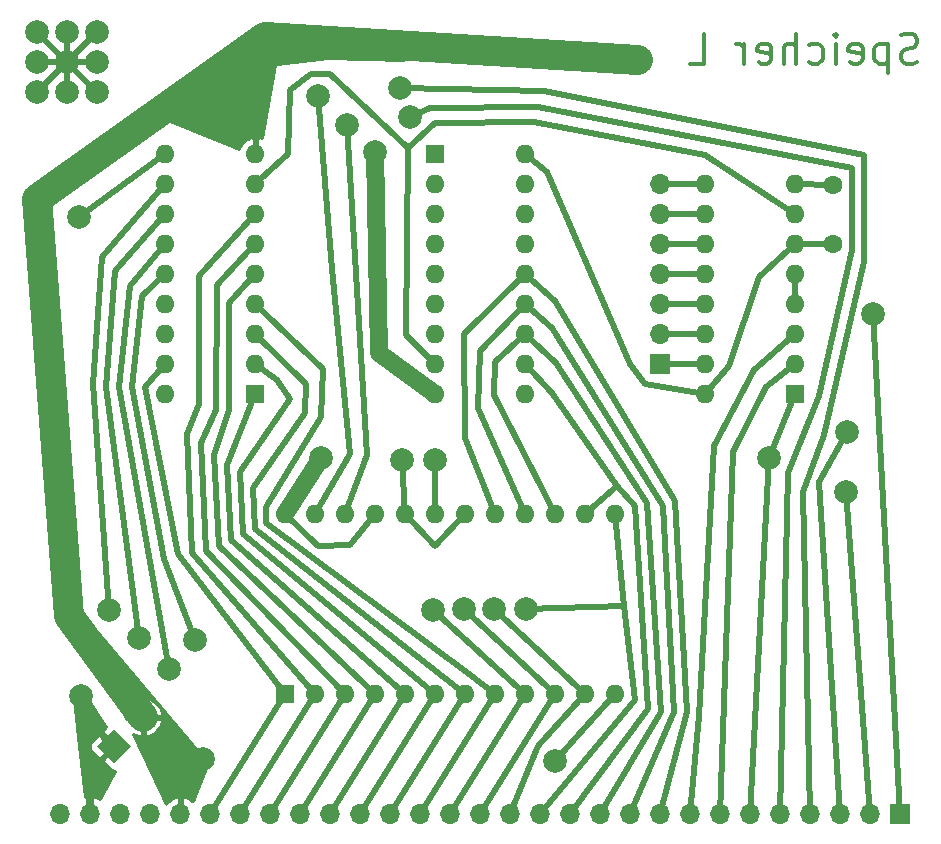
<source format=gbr>
%TF.GenerationSoftware,KiCad,Pcbnew,5.1.10*%
%TF.CreationDate,2021-11-29T17:51:52+01:00*%
%TF.ProjectId,Speichermodul_A,53706569-6368-4657-926d-6f64756c5f41,1*%
%TF.SameCoordinates,Original*%
%TF.FileFunction,Copper,L2,Bot*%
%TF.FilePolarity,Positive*%
%FSLAX46Y46*%
G04 Gerber Fmt 4.6, Leading zero omitted, Abs format (unit mm)*
G04 Created by KiCad (PCBNEW 5.1.10) date 2021-11-29 17:51:52*
%MOMM*%
%LPD*%
G01*
G04 APERTURE LIST*
%TA.AperFunction,NonConductor*%
%ADD10C,0.300000*%
%TD*%
%TA.AperFunction,ComponentPad*%
%ADD11C,2.000000*%
%TD*%
%TA.AperFunction,ComponentPad*%
%ADD12C,0.100000*%
%TD*%
%TA.AperFunction,SMDPad,CuDef*%
%ADD13C,0.100000*%
%TD*%
%TA.AperFunction,SMDPad,CuDef*%
%ADD14R,5.080000X0.500000*%
%TD*%
%TA.AperFunction,SMDPad,CuDef*%
%ADD15R,0.500000X5.080000*%
%TD*%
%TA.AperFunction,SMDPad,CuDef*%
%ADD16C,2.000000*%
%TD*%
%TA.AperFunction,ComponentPad*%
%ADD17C,1.600000*%
%TD*%
%TA.AperFunction,ComponentPad*%
%ADD18O,1.700000X1.700000*%
%TD*%
%TA.AperFunction,ComponentPad*%
%ADD19R,1.700000X1.700000*%
%TD*%
%TA.AperFunction,ComponentPad*%
%ADD20O,1.600000X1.600000*%
%TD*%
%TA.AperFunction,ComponentPad*%
%ADD21R,1.600000X1.600000*%
%TD*%
%TA.AperFunction,ViaPad*%
%ADD22C,2.000000*%
%TD*%
%TA.AperFunction,Conductor*%
%ADD23C,0.500000*%
%TD*%
%TA.AperFunction,Conductor*%
%ADD24C,2.500000*%
%TD*%
%TA.AperFunction,Conductor*%
%ADD25C,1.500000*%
%TD*%
%TA.AperFunction,Conductor*%
%ADD26C,0.254000*%
%TD*%
%TA.AperFunction,Conductor*%
%ADD27C,0.100000*%
%TD*%
G04 APERTURE END LIST*
D10*
X190023809Y-71511904D02*
X189666666Y-71630952D01*
X189071428Y-71630952D01*
X188833333Y-71511904D01*
X188714285Y-71392857D01*
X188595238Y-71154761D01*
X188595238Y-70916666D01*
X188714285Y-70678571D01*
X188833333Y-70559523D01*
X189071428Y-70440476D01*
X189547619Y-70321428D01*
X189785714Y-70202380D01*
X189904761Y-70083333D01*
X190023809Y-69845238D01*
X190023809Y-69607142D01*
X189904761Y-69369047D01*
X189785714Y-69250000D01*
X189547619Y-69130952D01*
X188952380Y-69130952D01*
X188595238Y-69250000D01*
X187523809Y-69964285D02*
X187523809Y-72464285D01*
X187523809Y-70083333D02*
X187285714Y-69964285D01*
X186809523Y-69964285D01*
X186571428Y-70083333D01*
X186452380Y-70202380D01*
X186333333Y-70440476D01*
X186333333Y-71154761D01*
X186452380Y-71392857D01*
X186571428Y-71511904D01*
X186809523Y-71630952D01*
X187285714Y-71630952D01*
X187523809Y-71511904D01*
X184309523Y-71511904D02*
X184547619Y-71630952D01*
X185023809Y-71630952D01*
X185261904Y-71511904D01*
X185380952Y-71273809D01*
X185380952Y-70321428D01*
X185261904Y-70083333D01*
X185023809Y-69964285D01*
X184547619Y-69964285D01*
X184309523Y-70083333D01*
X184190476Y-70321428D01*
X184190476Y-70559523D01*
X185380952Y-70797619D01*
X183119047Y-71630952D02*
X183119047Y-69964285D01*
X183119047Y-69130952D02*
X183238095Y-69250000D01*
X183119047Y-69369047D01*
X183000000Y-69250000D01*
X183119047Y-69130952D01*
X183119047Y-69369047D01*
X180857142Y-71511904D02*
X181095238Y-71630952D01*
X181571428Y-71630952D01*
X181809523Y-71511904D01*
X181928571Y-71392857D01*
X182047619Y-71154761D01*
X182047619Y-70440476D01*
X181928571Y-70202380D01*
X181809523Y-70083333D01*
X181571428Y-69964285D01*
X181095238Y-69964285D01*
X180857142Y-70083333D01*
X179785714Y-71630952D02*
X179785714Y-69130952D01*
X178714285Y-71630952D02*
X178714285Y-70321428D01*
X178833333Y-70083333D01*
X179071428Y-69964285D01*
X179428571Y-69964285D01*
X179666666Y-70083333D01*
X179785714Y-70202380D01*
X176571428Y-71511904D02*
X176809523Y-71630952D01*
X177285714Y-71630952D01*
X177523809Y-71511904D01*
X177642857Y-71273809D01*
X177642857Y-70321428D01*
X177523809Y-70083333D01*
X177285714Y-69964285D01*
X176809523Y-69964285D01*
X176571428Y-70083333D01*
X176452380Y-70321428D01*
X176452380Y-70559523D01*
X177642857Y-70797619D01*
X175380952Y-71630952D02*
X175380952Y-69964285D01*
X175380952Y-70440476D02*
X175261904Y-70202380D01*
X175142857Y-70083333D01*
X174904761Y-69964285D01*
X174666666Y-69964285D01*
X170738095Y-71630952D02*
X171928571Y-71630952D01*
X171928571Y-69130952D01*
D11*
%TO.P,C4,2*%
%TO.N,GND*%
X124474874Y-126970126D03*
%TA.AperFunction,ComponentPad*%
D12*
%TO.P,C4,1*%
%TO.N,+5P*%
G36*
X122000000Y-130859214D02*
G01*
X120585786Y-129445000D01*
X122000000Y-128030786D01*
X123414214Y-129445000D01*
X122000000Y-130859214D01*
G37*
%TD.AperFunction*%
%TD*%
%TA.AperFunction,SMDPad,CuDef*%
D13*
%TO.P,REF\u002A\u002A,2*%
%TO.N,N/C*%
G36*
X115701903Y-68848350D02*
G01*
X120651650Y-73798097D01*
X120298097Y-74151650D01*
X115348350Y-69201903D01*
X115701903Y-68848350D01*
G37*
%TD.AperFunction*%
%TA.AperFunction,SMDPad,CuDef*%
G36*
X115348350Y-73798097D02*
G01*
X120298097Y-68848350D01*
X120651650Y-69201903D01*
X115701903Y-74151650D01*
X115348350Y-73798097D01*
G37*
%TD.AperFunction*%
D14*
X118000000Y-71500000D03*
D15*
X118000000Y-71500000D03*
D16*
%TO.P,REF\u002A\u002A,1*%
X115460000Y-71500000D03*
X115460000Y-68960000D03*
X118000000Y-68960000D03*
X120540000Y-68960000D03*
X120540000Y-71500000D03*
X120540000Y-74040000D03*
X118000000Y-74040000D03*
X115460000Y-74040000D03*
X118000000Y-71500000D03*
%TD*%
D17*
%TO.P,C3,2*%
%TO.N,GND*%
X182875000Y-81900000D03*
%TO.P,C3,1*%
%TO.N,+5P*%
X182875000Y-86900000D03*
%TD*%
D18*
%TO.P,X11,7*%
%TO.N,Net-(U15-Pad9)*%
X168270000Y-81820000D03*
%TO.P,X11,6*%
%TO.N,Net-(U15-Pad10)*%
X168270000Y-84360000D03*
%TO.P,X11,5*%
%TO.N,Net-(U15-Pad11)*%
X168270000Y-86900000D03*
%TO.P,X11,4*%
%TO.N,Net-(U15-Pad12)*%
X168270000Y-89440000D03*
%TO.P,X11,3*%
%TO.N,Net-(U15-Pad13)*%
X168270000Y-91980000D03*
%TO.P,X11,2*%
%TO.N,Net-(U15-Pad14)*%
X168270000Y-94520000D03*
D19*
%TO.P,X11,1*%
%TO.N,Net-(U15-Pad15)*%
X168270000Y-97060000D03*
%TD*%
D18*
%TO.P,X10,29*%
%TO.N,Net-(X10-Pad29)*%
X117470000Y-135160000D03*
%TO.P,X10,28*%
%TO.N,+5P*%
X120010000Y-135160000D03*
%TO.P,X10,27*%
%TO.N,Net-(X10-Pad27)*%
X122550000Y-135160000D03*
%TO.P,X10,26*%
%TO.N,Net-(X10-Pad26)*%
X125090000Y-135160000D03*
%TO.P,X10,25*%
%TO.N,GND*%
X127630000Y-135160000D03*
%TO.P,X10,24*%
%TO.N,/A7*%
X130170000Y-135160000D03*
%TO.P,X10,23*%
%TO.N,/A6*%
X132710000Y-135160000D03*
%TO.P,X10,22*%
%TO.N,/A5*%
X135250000Y-135160000D03*
%TO.P,X10,21*%
%TO.N,/A4*%
X137790000Y-135160000D03*
%TO.P,X10,20*%
%TO.N,/A3*%
X140330000Y-135160000D03*
%TO.P,X10,19*%
%TO.N,/A2*%
X142870000Y-135160000D03*
%TO.P,X10,18*%
%TO.N,/A1*%
X145410000Y-135160000D03*
%TO.P,X10,17*%
%TO.N,/A0*%
X147950000Y-135160000D03*
%TO.P,X10,16*%
%TO.N,/D0*%
X150490000Y-135160000D03*
%TO.P,X10,15*%
%TO.N,/D1*%
X153030000Y-135160000D03*
%TO.P,X10,14*%
%TO.N,/D2*%
X155570000Y-135160000D03*
%TO.P,X10,13*%
%TO.N,/D3*%
X158110000Y-135160000D03*
%TO.P,X10,12*%
%TO.N,/D4*%
X160650000Y-135160000D03*
%TO.P,X10,11*%
%TO.N,/D5*%
X163190000Y-135160000D03*
%TO.P,X10,10*%
%TO.N,/D6*%
X165730000Y-135160000D03*
%TO.P,X10,9*%
%TO.N,/D7*%
X168270000Y-135160000D03*
%TO.P,X10,8*%
%TO.N,/A12*%
X170810000Y-135160000D03*
%TO.P,X10,7*%
%TO.N,/A11*%
X173350000Y-135160000D03*
%TO.P,X10,6*%
%TO.N,/A10*%
X175890000Y-135160000D03*
%TO.P,X10,5*%
%TO.N,/A9*%
X178430000Y-135160000D03*
%TO.P,X10,4*%
%TO.N,/A8*%
X180970000Y-135160000D03*
%TO.P,X10,3*%
%TO.N,R~W*%
X183510000Y-135160000D03*
%TO.P,X10,2*%
%TO.N,~CSB*%
X186050000Y-135160000D03*
D19*
%TO.P,X10,1*%
%TO.N,/~CSA*%
X188590000Y-135160000D03*
%TD*%
D20*
%TO.P,U15,16*%
%TO.N,+5P*%
X172080000Y-99600000D03*
%TO.P,U15,8*%
%TO.N,GND*%
X179700000Y-81820000D03*
%TO.P,U15,15*%
%TO.N,Net-(U15-Pad15)*%
X172080000Y-97060000D03*
%TO.P,U15,7*%
%TO.N,Net-(U15-Pad7)*%
X179700000Y-84360000D03*
%TO.P,U15,14*%
%TO.N,Net-(U15-Pad14)*%
X172080000Y-94520000D03*
%TO.P,U15,6*%
%TO.N,+5P*%
X179700000Y-86900000D03*
%TO.P,U15,13*%
%TO.N,Net-(U15-Pad13)*%
X172080000Y-91980000D03*
%TO.P,U15,5*%
%TO.N,/~CSA*%
X179700000Y-89440000D03*
%TO.P,U15,12*%
%TO.N,Net-(U15-Pad12)*%
X172080000Y-89440000D03*
%TO.P,U15,4*%
%TO.N,/~CSA*%
X179700000Y-91980000D03*
%TO.P,U15,11*%
%TO.N,Net-(U15-Pad11)*%
X172080000Y-86900000D03*
%TO.P,U15,3*%
%TO.N,/A12*%
X179700000Y-94520000D03*
%TO.P,U15,10*%
%TO.N,Net-(U15-Pad10)*%
X172080000Y-84360000D03*
%TO.P,U15,2*%
%TO.N,/A11*%
X179700000Y-97060000D03*
%TO.P,U15,9*%
%TO.N,Net-(U15-Pad9)*%
X172080000Y-81820000D03*
D21*
%TO.P,U15,1*%
%TO.N,/A10*%
X179700000Y-99600000D03*
%TD*%
D20*
%TO.P,U4,18*%
%TO.N,+5P*%
X126360000Y-99600000D03*
%TO.P,U4,9*%
%TO.N,GND*%
X133980000Y-79280000D03*
%TO.P,U4,17*%
%TO.N,/A7*%
X126360000Y-97060000D03*
%TO.P,U4,8*%
%TO.N,Net-(U15-Pad7)*%
X133980000Y-81820000D03*
%TO.P,U4,16*%
%TO.N,/A8*%
X126360000Y-94520000D03*
%TO.P,U4,7*%
%TO.N,/A6*%
X133980000Y-84360000D03*
%TO.P,U4,15*%
%TO.N,/A9*%
X126360000Y-91980000D03*
%TO.P,U4,6*%
%TO.N,/A5*%
X133980000Y-86900000D03*
%TO.P,U4,14*%
%TO.N,/D2*%
X126360000Y-89440000D03*
%TO.P,U4,5*%
%TO.N,/A4*%
X133980000Y-89440000D03*
%TO.P,U4,13*%
%TO.N,/D3*%
X126360000Y-86900000D03*
%TO.P,U4,4*%
%TO.N,/A0*%
X133980000Y-91980000D03*
%TO.P,U4,12*%
%TO.N,/D0*%
X126360000Y-84360000D03*
%TO.P,U4,3*%
%TO.N,/A1*%
X133980000Y-94520000D03*
%TO.P,U4,11*%
%TO.N,/D1*%
X126360000Y-81820000D03*
%TO.P,U4,2*%
%TO.N,/A2*%
X133980000Y-97060000D03*
%TO.P,U4,10*%
%TO.N,R~W*%
X126360000Y-79280000D03*
D21*
%TO.P,U4,1*%
%TO.N,/A3*%
X133980000Y-99600000D03*
%TD*%
D20*
%TO.P,U3,18*%
%TO.N,+5P*%
X156840000Y-79280000D03*
%TO.P,U3,9*%
%TO.N,GND*%
X149220000Y-99600000D03*
%TO.P,U3,17*%
%TO.N,/A7*%
X156840000Y-81820000D03*
%TO.P,U3,8*%
%TO.N,Net-(U15-Pad7)*%
X149220000Y-97060000D03*
%TO.P,U3,16*%
%TO.N,/A8*%
X156840000Y-84360000D03*
%TO.P,U3,7*%
%TO.N,/A3*%
X149220000Y-94520000D03*
%TO.P,U3,15*%
%TO.N,/A9*%
X156840000Y-86900000D03*
%TO.P,U3,6*%
%TO.N,/A2*%
X149220000Y-91980000D03*
%TO.P,U3,14*%
%TO.N,/D7*%
X156840000Y-89440000D03*
%TO.P,U3,5*%
%TO.N,/A1*%
X149220000Y-89440000D03*
%TO.P,U3,13*%
%TO.N,/D6*%
X156840000Y-91980000D03*
%TO.P,U3,4*%
%TO.N,/A0*%
X149220000Y-86900000D03*
%TO.P,U3,12*%
%TO.N,/D5*%
X156840000Y-94520000D03*
%TO.P,U3,3*%
%TO.N,/A4*%
X149220000Y-84360000D03*
%TO.P,U3,11*%
%TO.N,/D4*%
X156840000Y-97060000D03*
%TO.P,U3,2*%
%TO.N,/A5*%
X149220000Y-81820000D03*
%TO.P,U3,10*%
%TO.N,R~W*%
X156840000Y-99600000D03*
D21*
%TO.P,U3,1*%
%TO.N,/A6*%
X149220000Y-79280000D03*
%TD*%
D20*
%TO.P,U2,24*%
%TO.N,+5P*%
X136520000Y-109760000D03*
%TO.P,U2,12*%
%TO.N,GND*%
X164460000Y-125000000D03*
%TO.P,U2,23*%
%TO.N,/A8*%
X139060000Y-109760000D03*
%TO.P,U2,11*%
%TO.N,/D2*%
X161920000Y-125000000D03*
%TO.P,U2,22*%
%TO.N,/A9*%
X141600000Y-109760000D03*
%TO.P,U2,10*%
%TO.N,/D1*%
X159380000Y-125000000D03*
%TO.P,U2,21*%
%TO.N,+5P*%
X144140000Y-109760000D03*
%TO.P,U2,9*%
%TO.N,/D0*%
X156840000Y-125000000D03*
%TO.P,U2,20*%
%TO.N,~CSB*%
X146680000Y-109760000D03*
%TO.P,U2,8*%
%TO.N,/A0*%
X154300000Y-125000000D03*
%TO.P,U2,19*%
%TO.N,/A10*%
X149220000Y-109760000D03*
%TO.P,U2,7*%
%TO.N,/A1*%
X151760000Y-125000000D03*
%TO.P,U2,18*%
%TO.N,~CSB*%
X151760000Y-109760000D03*
%TO.P,U2,6*%
%TO.N,/A2*%
X149220000Y-125000000D03*
%TO.P,U2,17*%
%TO.N,/D7*%
X154300000Y-109760000D03*
%TO.P,U2,5*%
%TO.N,/A3*%
X146680000Y-125000000D03*
%TO.P,U2,16*%
%TO.N,/D6*%
X156840000Y-109760000D03*
%TO.P,U2,4*%
%TO.N,/A4*%
X144140000Y-125000000D03*
%TO.P,U2,15*%
%TO.N,/D5*%
X159380000Y-109760000D03*
%TO.P,U2,3*%
%TO.N,/A5*%
X141600000Y-125000000D03*
%TO.P,U2,14*%
%TO.N,/D4*%
X161920000Y-109760000D03*
%TO.P,U2,2*%
%TO.N,/A6*%
X139060000Y-125000000D03*
%TO.P,U2,13*%
%TO.N,/D3*%
X164460000Y-109760000D03*
D21*
%TO.P,U2,1*%
%TO.N,/A7*%
X136520000Y-125000000D03*
%TD*%
D22*
%TO.N,GND*%
X159300000Y-130700000D03*
X129500000Y-130500000D03*
X166400000Y-71300000D03*
X144100000Y-79100000D03*
%TO.N,+5P*%
X119200000Y-125200000D03*
X139500000Y-105000000D03*
%TO.N,/A8*%
X139300000Y-74400000D03*
X146200000Y-73700000D03*
%TO.N,/D2*%
X128900000Y-120400000D03*
X154200000Y-117800000D03*
%TO.N,/A9*%
X141700000Y-76800000D03*
X147100000Y-76200000D03*
%TO.N,/D0*%
X149000000Y-117900000D03*
X124100000Y-120300000D03*
%TO.N,/D1*%
X121600000Y-117900000D03*
X151600000Y-117800000D03*
%TO.N,~CSB*%
X146400000Y-105200000D03*
X184000000Y-107900000D03*
%TO.N,/A10*%
X177500000Y-105000000D03*
X149200000Y-105200000D03*
%TO.N,/D3*%
X126700000Y-122900000D03*
X156900000Y-117800000D03*
%TO.N,R~W*%
X184100000Y-102800000D03*
X119000000Y-84600000D03*
%TO.N,/~CSA*%
X186300000Y-92800000D03*
%TD*%
D23*
%TO.N,GND*%
X159300000Y-130700000D02*
X164460000Y-125000000D01*
D24*
X166400000Y-71300000D02*
X134800000Y-69400000D01*
D23*
X134800000Y-69400000D02*
X133980000Y-79280000D01*
D25*
X144400000Y-96100000D02*
X149220000Y-99600000D01*
X144100000Y-79100000D02*
X144400000Y-96100000D01*
D23*
X182875000Y-81900000D02*
X179700000Y-81820000D01*
D24*
X118200000Y-118400000D02*
X124474874Y-126970126D01*
X115500000Y-83100000D02*
X118200000Y-118400000D01*
X134800000Y-69400000D02*
X115500000Y-83100000D01*
D23*
%TO.N,+5P*%
X179700000Y-86900000D02*
X176600000Y-89700000D01*
X176600000Y-89700000D02*
X174100000Y-97200000D01*
X174100000Y-97200000D02*
X172080000Y-99600000D01*
X144140000Y-109760000D02*
X142000000Y-112400000D01*
X142000000Y-112400000D02*
X139300000Y-112500000D01*
X139300000Y-112500000D02*
X136520000Y-109760000D01*
X122000000Y-130300000D02*
X119200000Y-125200000D01*
D25*
X136520000Y-109760000D02*
X139500000Y-105000000D01*
D23*
X182875000Y-86900000D02*
X179700000Y-86900000D01*
X158700000Y-80800000D02*
X156840000Y-79280000D01*
X167000000Y-98800000D02*
X165730000Y-97100000D01*
X165730000Y-97100000D02*
X158700000Y-80800000D01*
X172080000Y-99600000D02*
X167000000Y-98800000D01*
X120010000Y-135160000D02*
X119200000Y-125200000D01*
%TO.N,/A8*%
X140500000Y-89000000D02*
X142000000Y-104700000D01*
X142000000Y-104700000D02*
X139060000Y-109760000D01*
X139300000Y-74400000D02*
X140500000Y-89000000D01*
X180300000Y-107900000D02*
X180970000Y-135160000D01*
X185500000Y-88400000D02*
X182100000Y-103100000D01*
X182100000Y-103100000D02*
X180300000Y-107900000D01*
X185500000Y-79400000D02*
X185500000Y-88400000D01*
X158400000Y-74000000D02*
X185500000Y-79400000D01*
X146200000Y-73700000D02*
X158400000Y-74000000D01*
%TO.N,/D2*%
X161920000Y-125000000D02*
X157900000Y-129400000D01*
X157900000Y-129400000D02*
X155570000Y-135160000D01*
X161920000Y-125000000D02*
X154200000Y-117800000D01*
X124400000Y-91300000D02*
X126360000Y-89440000D01*
X126200000Y-113600000D02*
X123500000Y-99000000D01*
X123500000Y-99000000D02*
X124400000Y-91300000D01*
X128900000Y-120400000D02*
X126200000Y-113600000D01*
%TO.N,/A9*%
X141700000Y-76800000D02*
X143400000Y-104800000D01*
X143400000Y-104800000D02*
X141600000Y-109760000D01*
X179100000Y-106300000D02*
X178430000Y-135160000D01*
X181700000Y-99800000D02*
X179100000Y-106300000D01*
X184500000Y-80500000D02*
X184500000Y-87400000D01*
X157900000Y-75300000D02*
X184500000Y-80500000D01*
X184500000Y-87400000D02*
X181700000Y-99800000D01*
X148800000Y-75400000D02*
X157900000Y-75300000D01*
X147100000Y-76200000D02*
X148800000Y-75400000D01*
%TO.N,/D1*%
X153030000Y-135160000D02*
X159380000Y-125000000D01*
%TO.N,/D0*%
X150490000Y-135160000D02*
X156840000Y-125000000D01*
X156840000Y-125000000D02*
X149000000Y-117900000D01*
%TO.N,/A0*%
X147950000Y-135160000D02*
X154300000Y-125000000D01*
%TO.N,/A1*%
X145410000Y-135160000D02*
X151760000Y-125000000D01*
%TO.N,/A2*%
X142870000Y-135160000D02*
X149220000Y-125000000D01*
%TO.N,/A3*%
X140330000Y-135160000D02*
X146680000Y-125000000D01*
%TO.N,/A4*%
X137790000Y-135160000D02*
X144140000Y-125000000D01*
%TO.N,/A5*%
X135250000Y-135160000D02*
X141600000Y-125000000D01*
%TO.N,/A6*%
X132710000Y-135160000D02*
X139060000Y-125000000D01*
%TO.N,/D1*%
X151600000Y-117800000D02*
X159380000Y-125000000D01*
X120200000Y-98800000D02*
X121600000Y-117900000D01*
X121000000Y-88000000D02*
X120200000Y-98800000D01*
X126360000Y-81820000D02*
X121000000Y-88000000D01*
%TO.N,/D0*%
X122100000Y-89200000D02*
X126360000Y-84360000D01*
X121300000Y-99000000D02*
X122100000Y-89200000D01*
X124100000Y-120300000D02*
X121300000Y-99000000D01*
%TO.N,~CSB*%
X146680000Y-109760000D02*
X146400000Y-105200000D01*
X184000000Y-107900000D02*
X186050000Y-135160000D01*
X149200000Y-112500000D02*
X151760000Y-109760000D01*
X146680000Y-109760000D02*
X149200000Y-112500000D01*
%TO.N,/A0*%
X139700000Y-97500000D02*
X133980000Y-91980000D01*
X134900000Y-109200000D02*
X139500000Y-101600000D01*
X134900000Y-110500000D02*
X134900000Y-109200000D01*
X139500000Y-101600000D02*
X139700000Y-97500000D01*
X152100000Y-123300000D02*
X134900000Y-110500000D01*
X154300000Y-125000000D02*
X152100000Y-123300000D01*
%TO.N,/A10*%
X175890000Y-135160000D02*
X177500000Y-105000000D01*
X177500000Y-105000000D02*
X179700000Y-99600000D01*
X149200000Y-105200000D02*
X149220000Y-109760000D01*
%TO.N,/A1*%
X133900000Y-111000000D02*
X151760000Y-125000000D01*
X133800000Y-107600000D02*
X133900000Y-111000000D01*
X138200000Y-101200000D02*
X133800000Y-107600000D01*
X138300000Y-98800000D02*
X138200000Y-101200000D01*
X133980000Y-94520000D02*
X138300000Y-98800000D01*
%TO.N,/A2*%
X135800000Y-98400000D02*
X133980000Y-97060000D01*
X136900000Y-100000000D02*
X135800000Y-98400000D01*
X132700000Y-106200000D02*
X136900000Y-100000000D01*
X132900000Y-111500000D02*
X132700000Y-106200000D01*
X149220000Y-125000000D02*
X132900000Y-111500000D01*
%TO.N,/D7*%
X156840000Y-89440000D02*
X151600000Y-94500000D01*
X151600000Y-94500000D02*
X151700000Y-103300000D01*
X151700000Y-103300000D02*
X154300000Y-109760000D01*
X159300000Y-91700000D02*
X156840000Y-89440000D01*
X169500000Y-108700000D02*
X159300000Y-91700000D01*
X170500000Y-126500000D02*
X169500000Y-108700000D01*
X168270000Y-135160000D02*
X170500000Y-126500000D01*
%TO.N,/A3*%
X131900000Y-112000000D02*
X146680000Y-125000000D01*
X131600000Y-105600000D02*
X131900000Y-112000000D01*
X133980000Y-99600000D02*
X131600000Y-105600000D01*
%TO.N,/D6*%
X156840000Y-109760000D02*
X152800000Y-100800000D01*
X152800000Y-100800000D02*
X153000000Y-96000000D01*
X153000000Y-96000000D02*
X156840000Y-91980000D01*
X159100000Y-94000000D02*
X156840000Y-91980000D01*
X169400000Y-126500000D02*
X168500000Y-109100000D01*
X168500000Y-109100000D02*
X159100000Y-94000000D01*
X165730000Y-135160000D02*
X169400000Y-126500000D01*
%TO.N,/A4*%
X131700000Y-91900000D02*
X133980000Y-89440000D01*
X130500000Y-104800000D02*
X131700000Y-101000000D01*
X130900000Y-112500000D02*
X130500000Y-104800000D01*
X131700000Y-101000000D02*
X131700000Y-91900000D01*
X144140000Y-125000000D02*
X130900000Y-112500000D01*
%TO.N,/D5*%
X156840000Y-94520000D02*
X154300000Y-96900000D01*
X154300000Y-96900000D02*
X154200000Y-99700000D01*
X154200000Y-99700000D02*
X159380000Y-109760000D01*
X159400000Y-97000000D02*
X156840000Y-94520000D01*
X167100000Y-108800000D02*
X159400000Y-97000000D01*
X168300000Y-126500000D02*
X167100000Y-108800000D01*
X163190000Y-135160000D02*
X168300000Y-126500000D01*
%TO.N,/A5*%
X129800000Y-112900000D02*
X141600000Y-125000000D01*
X129400000Y-103800000D02*
X129800000Y-112900000D01*
X130600000Y-101000000D02*
X129400000Y-103800000D01*
X130700000Y-90400000D02*
X130600000Y-101000000D01*
X133980000Y-86900000D02*
X130700000Y-90400000D01*
%TO.N,/D4*%
X159100000Y-99500000D02*
X156840000Y-97060000D01*
X161920000Y-109760000D02*
X164567816Y-107432184D01*
X164567816Y-107432184D02*
X159100000Y-99500000D01*
X166100000Y-109100000D02*
X164567816Y-107432184D01*
X167200000Y-126300000D02*
X166100000Y-109100000D01*
X160650000Y-135160000D02*
X167200000Y-126300000D01*
%TO.N,/A6*%
X129200000Y-89600000D02*
X133980000Y-84360000D01*
X129200000Y-100500000D02*
X129200000Y-89600000D01*
X128200000Y-103000000D02*
X129200000Y-100500000D01*
X128600000Y-113100000D02*
X128200000Y-103000000D01*
X139060000Y-125000000D02*
X128600000Y-113100000D01*
%TO.N,/D3*%
X122400000Y-99000000D02*
X126700000Y-122900000D01*
X123400000Y-90500000D02*
X122400000Y-99000000D01*
X126360000Y-86900000D02*
X123400000Y-90500000D01*
X165200000Y-117600000D02*
X156900000Y-117800000D01*
X166100000Y-125500000D02*
X165200000Y-117600000D01*
X158110000Y-135160000D02*
X166100000Y-125500000D01*
X165200000Y-117600000D02*
X164460000Y-109760000D01*
%TO.N,/A7*%
X130170000Y-135160000D02*
X136520000Y-125000000D01*
X124600000Y-99000000D02*
X126360000Y-97060000D01*
X127400000Y-113200000D02*
X124600000Y-99000000D01*
X136520000Y-125000000D02*
X127400000Y-113200000D01*
%TO.N,Net-(U15-Pad7)*%
X149200000Y-76700000D02*
X146900000Y-78800000D01*
X157600000Y-76600000D02*
X149200000Y-76700000D01*
X172000000Y-79400000D02*
X157600000Y-76600000D01*
X179700000Y-84360000D02*
X172000000Y-79400000D01*
X136700000Y-79300000D02*
X133980000Y-81820000D01*
X136900000Y-73900000D02*
X136700000Y-79300000D01*
X138700000Y-72500000D02*
X136900000Y-73900000D01*
X140300000Y-72500000D02*
X138700000Y-72500000D01*
X146900000Y-78800000D02*
X140300000Y-72500000D01*
X146700000Y-94600000D02*
X146900000Y-78800000D01*
X149220000Y-97060000D02*
X146700000Y-94600000D01*
%TO.N,R~W*%
X181700000Y-107100000D02*
X183510000Y-135160000D01*
X184100000Y-102800000D02*
X181700000Y-107100000D01*
X126360000Y-79280000D02*
X119000000Y-84600000D01*
%TO.N,Net-(U15-Pad15)*%
X168270000Y-97060000D02*
X172080000Y-97060000D01*
%TO.N,Net-(U15-Pad14)*%
X172080000Y-94520000D02*
X168270000Y-94520000D01*
%TO.N,Net-(U15-Pad13)*%
X168270000Y-91980000D02*
X172080000Y-91980000D01*
%TO.N,/~CSA*%
X179700000Y-91980000D02*
X179700000Y-89440000D01*
X188590000Y-135160000D02*
X186300000Y-92800000D01*
%TO.N,Net-(U15-Pad12)*%
X172080000Y-89440000D02*
X168270000Y-89440000D01*
%TO.N,Net-(U15-Pad11)*%
X168270000Y-86900000D02*
X172080000Y-86900000D01*
%TO.N,/A12*%
X172800000Y-104000000D02*
X176200000Y-97600000D01*
X171500000Y-126900000D02*
X172800000Y-104000000D01*
X176200000Y-97600000D02*
X179700000Y-94520000D01*
X170810000Y-135160000D02*
X171500000Y-126900000D01*
%TO.N,Net-(U15-Pad10)*%
X172080000Y-84360000D02*
X168270000Y-84360000D01*
%TO.N,/A11*%
X179700000Y-97060000D02*
X177200000Y-99000000D01*
X177200000Y-99000000D02*
X174400000Y-104500000D01*
X174400000Y-104500000D02*
X173350000Y-135160000D01*
%TO.N,Net-(U15-Pad9)*%
X168270000Y-81820000D02*
X172080000Y-81820000D01*
%TD*%
D26*
%TO.N,GND*%
X146571672Y-71350259D02*
X140103478Y-71173048D01*
X140085331Y-71173850D01*
X135785331Y-71673850D01*
X135761003Y-71679136D01*
X135738172Y-71689066D01*
X135717718Y-71703260D01*
X135700426Y-71721171D01*
X135686961Y-71742111D01*
X135675229Y-71776309D01*
X134502940Y-77950364D01*
X134329040Y-77888091D01*
X134107000Y-78009376D01*
X134107000Y-79153000D01*
X134127000Y-79153000D01*
X134127000Y-79407000D01*
X134107000Y-79407000D01*
X134107000Y-79427000D01*
X133965751Y-79427000D01*
X133833000Y-79373024D01*
X133833000Y-79153000D01*
X133853000Y-79153000D01*
X133853000Y-78009376D01*
X133630960Y-77888091D01*
X133366119Y-77982930D01*
X133124869Y-78127615D01*
X132916481Y-78316586D01*
X132748963Y-78542580D01*
X132628754Y-78796913D01*
X132605405Y-78873893D01*
X125451155Y-75965022D01*
X132551949Y-70420566D01*
X140388277Y-69230238D01*
X146571672Y-71350259D01*
%TA.AperFunction,Conductor*%
D27*
G36*
X146571672Y-71350259D02*
G01*
X140103478Y-71173048D01*
X140085331Y-71173850D01*
X135785331Y-71673850D01*
X135761003Y-71679136D01*
X135738172Y-71689066D01*
X135717718Y-71703260D01*
X135700426Y-71721171D01*
X135686961Y-71742111D01*
X135675229Y-71776309D01*
X134502940Y-77950364D01*
X134329040Y-77888091D01*
X134107000Y-78009376D01*
X134107000Y-79153000D01*
X134127000Y-79153000D01*
X134127000Y-79407000D01*
X134107000Y-79407000D01*
X134107000Y-79427000D01*
X133965751Y-79427000D01*
X133833000Y-79373024D01*
X133833000Y-79153000D01*
X133853000Y-79153000D01*
X133853000Y-78009376D01*
X133630960Y-77888091D01*
X133366119Y-77982930D01*
X133124869Y-78127615D01*
X132916481Y-78316586D01*
X132748963Y-78542580D01*
X132628754Y-78796913D01*
X132605405Y-78873893D01*
X125451155Y-75965022D01*
X132551949Y-70420566D01*
X140388277Y-69230238D01*
X146571672Y-71350259D01*
G37*
%TD.AperFunction*%
%TD*%
D26*
%TO.N,GND*%
X129953923Y-130823975D02*
X128659295Y-134094614D01*
X128630269Y-134062412D01*
X128396920Y-133888359D01*
X128134099Y-133763175D01*
X127986890Y-133718524D01*
X127757000Y-133839845D01*
X127757000Y-135033000D01*
X127777000Y-135033000D01*
X127777000Y-135287000D01*
X127757000Y-135287000D01*
X127757000Y-135307000D01*
X127503000Y-135307000D01*
X127503000Y-135287000D01*
X127483000Y-135287000D01*
X127483000Y-135033000D01*
X127503000Y-135033000D01*
X127503000Y-133839845D01*
X127273110Y-133718524D01*
X127125901Y-133763175D01*
X126863080Y-133888359D01*
X126629731Y-134062412D01*
X126434822Y-134278645D01*
X126400763Y-134335823D01*
X123644244Y-128384249D01*
X123904446Y-128510829D01*
X124093199Y-128568087D01*
X124347874Y-128448843D01*
X124347874Y-127276734D01*
X124460733Y-127163875D01*
X124393984Y-127097126D01*
X124601874Y-127097126D01*
X124601874Y-128448843D01*
X124856549Y-128568087D01*
X125160962Y-128462922D01*
X125439009Y-128300389D01*
X125680005Y-128086735D01*
X125874688Y-127830170D01*
X126015577Y-127540554D01*
X126072835Y-127351801D01*
X125953591Y-127097126D01*
X124601874Y-127097126D01*
X124393984Y-127097126D01*
X124281125Y-126984267D01*
X124168266Y-127097126D01*
X123048103Y-127097126D01*
X122812507Y-126588451D01*
X122876913Y-126588451D01*
X122996157Y-126843126D01*
X124347874Y-126843126D01*
X124347874Y-125491409D01*
X124601874Y-125491409D01*
X124601874Y-126843126D01*
X125953591Y-126843126D01*
X126072835Y-126588451D01*
X125967670Y-126284038D01*
X125805137Y-126005991D01*
X125591483Y-125764995D01*
X125334918Y-125570312D01*
X125045302Y-125429423D01*
X124856549Y-125372165D01*
X124601874Y-125491409D01*
X124347874Y-125491409D01*
X124093199Y-125372165D01*
X123788786Y-125477330D01*
X123510739Y-125639863D01*
X123269743Y-125853517D01*
X123075060Y-126110082D01*
X122934171Y-126399698D01*
X122876913Y-126588451D01*
X122812507Y-126588451D01*
X118510400Y-117299812D01*
X129953923Y-130823975D01*
%TA.AperFunction,Conductor*%
D27*
G36*
X129953923Y-130823975D02*
G01*
X128659295Y-134094614D01*
X128630269Y-134062412D01*
X128396920Y-133888359D01*
X128134099Y-133763175D01*
X127986890Y-133718524D01*
X127757000Y-133839845D01*
X127757000Y-135033000D01*
X127777000Y-135033000D01*
X127777000Y-135287000D01*
X127757000Y-135287000D01*
X127757000Y-135307000D01*
X127503000Y-135307000D01*
X127503000Y-135287000D01*
X127483000Y-135287000D01*
X127483000Y-135033000D01*
X127503000Y-135033000D01*
X127503000Y-133839845D01*
X127273110Y-133718524D01*
X127125901Y-133763175D01*
X126863080Y-133888359D01*
X126629731Y-134062412D01*
X126434822Y-134278645D01*
X126400763Y-134335823D01*
X123644244Y-128384249D01*
X123904446Y-128510829D01*
X124093199Y-128568087D01*
X124347874Y-128448843D01*
X124347874Y-127276734D01*
X124460733Y-127163875D01*
X124393984Y-127097126D01*
X124601874Y-127097126D01*
X124601874Y-128448843D01*
X124856549Y-128568087D01*
X125160962Y-128462922D01*
X125439009Y-128300389D01*
X125680005Y-128086735D01*
X125874688Y-127830170D01*
X126015577Y-127540554D01*
X126072835Y-127351801D01*
X125953591Y-127097126D01*
X124601874Y-127097126D01*
X124393984Y-127097126D01*
X124281125Y-126984267D01*
X124168266Y-127097126D01*
X123048103Y-127097126D01*
X122812507Y-126588451D01*
X122876913Y-126588451D01*
X122996157Y-126843126D01*
X124347874Y-126843126D01*
X124347874Y-125491409D01*
X124601874Y-125491409D01*
X124601874Y-126843126D01*
X125953591Y-126843126D01*
X126072835Y-126588451D01*
X125967670Y-126284038D01*
X125805137Y-126005991D01*
X125591483Y-125764995D01*
X125334918Y-125570312D01*
X125045302Y-125429423D01*
X124856549Y-125372165D01*
X124601874Y-125491409D01*
X124347874Y-125491409D01*
X124093199Y-125372165D01*
X123788786Y-125477330D01*
X123510739Y-125639863D01*
X123269743Y-125853517D01*
X123075060Y-126110082D01*
X122934171Y-126399698D01*
X122876913Y-126588451D01*
X122812507Y-126588451D01*
X118510400Y-117299812D01*
X129953923Y-130823975D01*
G37*
%TD.AperFunction*%
%TD*%
D26*
%TO.N,+5P*%
X119926223Y-125618287D02*
X121360437Y-127769607D01*
X121045936Y-128086825D01*
X121045936Y-128311331D01*
X122000000Y-129265395D01*
X122014143Y-129251253D01*
X122193748Y-129430858D01*
X122179605Y-129445000D01*
X122193748Y-129459143D01*
X122014143Y-129638748D01*
X122000000Y-129624605D01*
X121045936Y-130578669D01*
X121045936Y-130803175D01*
X121548815Y-131310399D01*
X121645506Y-131389752D01*
X121755820Y-131448716D01*
X121875519Y-131485025D01*
X122000000Y-131497286D01*
X122063024Y-131491078D01*
X120784763Y-133894209D01*
X120776920Y-133888359D01*
X120514099Y-133763175D01*
X120366890Y-133718524D01*
X120137000Y-133839845D01*
X120137000Y-134643085D01*
X119883000Y-134693884D01*
X119883000Y-133839845D01*
X119653110Y-133718524D01*
X119509165Y-133762185D01*
X119059459Y-129445000D01*
X119947714Y-129445000D01*
X119959975Y-129569481D01*
X119996284Y-129689180D01*
X120055248Y-129799494D01*
X120134601Y-129896185D01*
X120641825Y-130399064D01*
X120866331Y-130399064D01*
X121820395Y-129445000D01*
X120866331Y-128490936D01*
X120641825Y-128490936D01*
X120134601Y-128993815D01*
X120055248Y-129090506D01*
X119996284Y-129200820D01*
X119959975Y-129320519D01*
X119947714Y-129445000D01*
X119059459Y-129445000D01*
X118643020Y-125447193D01*
X119926223Y-125618287D01*
%TA.AperFunction,Conductor*%
D27*
G36*
X119926223Y-125618287D02*
G01*
X121360437Y-127769607D01*
X121045936Y-128086825D01*
X121045936Y-128311331D01*
X122000000Y-129265395D01*
X122014143Y-129251253D01*
X122193748Y-129430858D01*
X122179605Y-129445000D01*
X122193748Y-129459143D01*
X122014143Y-129638748D01*
X122000000Y-129624605D01*
X121045936Y-130578669D01*
X121045936Y-130803175D01*
X121548815Y-131310399D01*
X121645506Y-131389752D01*
X121755820Y-131448716D01*
X121875519Y-131485025D01*
X122000000Y-131497286D01*
X122063024Y-131491078D01*
X120784763Y-133894209D01*
X120776920Y-133888359D01*
X120514099Y-133763175D01*
X120366890Y-133718524D01*
X120137000Y-133839845D01*
X120137000Y-134643085D01*
X119883000Y-134693884D01*
X119883000Y-133839845D01*
X119653110Y-133718524D01*
X119509165Y-133762185D01*
X119059459Y-129445000D01*
X119947714Y-129445000D01*
X119959975Y-129569481D01*
X119996284Y-129689180D01*
X120055248Y-129799494D01*
X120134601Y-129896185D01*
X120641825Y-130399064D01*
X120866331Y-130399064D01*
X121820395Y-129445000D01*
X120866331Y-128490936D01*
X120641825Y-128490936D01*
X120134601Y-128993815D01*
X120055248Y-129090506D01*
X119996284Y-129200820D01*
X119959975Y-129320519D01*
X119947714Y-129445000D01*
X119059459Y-129445000D01*
X118643020Y-125447193D01*
X119926223Y-125618287D01*
G37*
%TD.AperFunction*%
%TD*%
M02*

</source>
